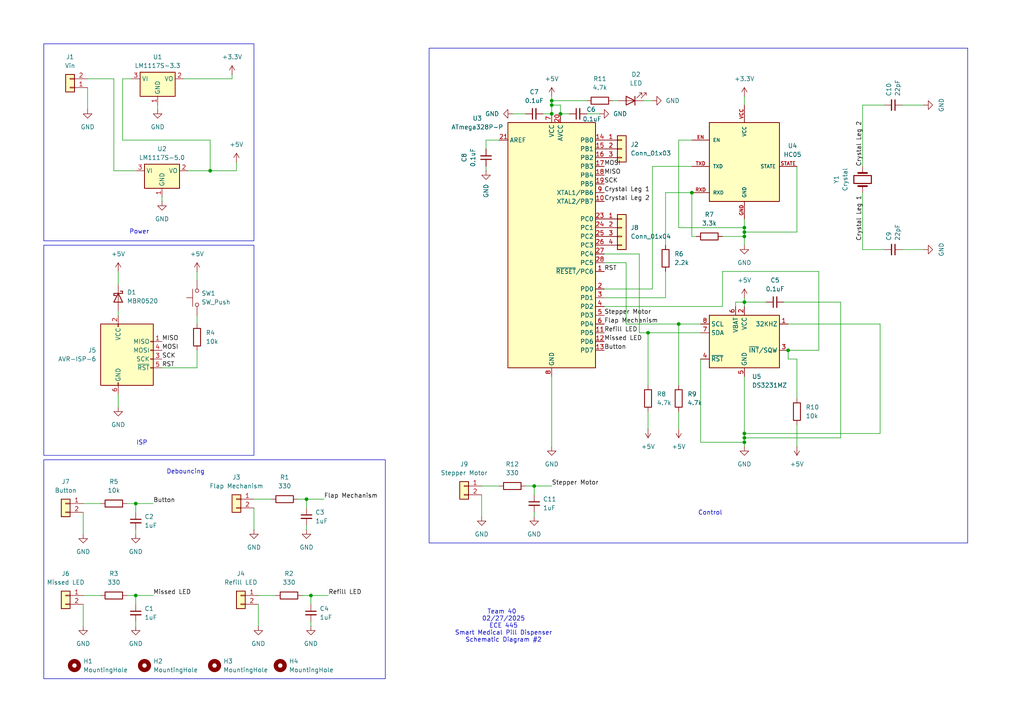
<source format=kicad_sch>
(kicad_sch (version 20231120) (generator "eeschema") (generator_version "8.0")
  (paper "A4")
  (lib_symbols
    (symbol "Connector:AVR-ISP-6" (pin_names (offset 1.016))
      (property "Reference" "J" (at -6.35 11.43 0))
      (property "Value" "AVR-ISP-6" (at 0 11.43 0))
      (symbol "AVR-ISP-6_0_1"
        (rectangle (start -2.667 -6.858) (end -2.413 -7.62))
        (rectangle (start -2.667 10.16) (end -2.413 9.398))
        (rectangle (start 7.62 -2.413) (end 6.858 -2.667))
        (rectangle (start 7.62 0.127) (end 6.858 -0.127))
        (rectangle (start 7.62 2.667) (end 6.858 2.413))
        (rectangle (start 7.62 5.207) (end 6.858 4.953))
        (rectangle (start 7.62 10.16) (end -7.62 -7.62) (stroke (width 0.254)) (fill (type background)))
      )
      (symbol "AVR-ISP-6_1_1"
        (pin passive line (at 10.16 5.08 180) (length 2.54) (name "MISO") (number "1"))
        (pin passive line (at -2.54 12.7 270) (length 2.54) (name "VCC") (number "2"))
        (pin passive line (at 10.16 0 180) (length 2.54) (name "SCK") (number "3"))
        (pin passive line (at 10.16 2.54 180) (length 2.54) (name "MOSI") (number "4"))
        (pin passive line (at 10.16 -2.54 180) (length 2.54) (name "~{RST}") (number "5"))
        (pin passive line (at -2.54 -10.16 90) (length 2.54) (name "GND") (number "6"))
      )
    )
    (symbol "Connector_Generic:Conn_01x02" (pin_names (offset 1.016) hide)
      (property "Reference" "J" (at 0 2.54 0))
      (property "Value" "Conn_01x02" (at 0 -5.08 0))
      (symbol "Conn_01x02_1_1"
        (rectangle (start -1.27 -2.413) (end 0 -2.667) (stroke (width 0.1524)))
        (rectangle (start -1.27 0.127) (end 0 -0.127) (stroke (width 0.1524)))
        (rectangle (start -1.27 1.27) (end 1.27 -3.81) (stroke (width 0.254)) (fill (type background)))
        (pin passive line (at -5.08 0 0) (length 3.81) (name "Pin_1") (number "1"))
        (pin passive line (at -5.08 -2.54 0) (length 3.81) (name "Pin_2") (number "2"))
      )
    )
    (symbol "Connector_Generic:Conn_01x03" (pin_names (offset 1.016) hide)
      (property "Reference" "J" (at 0 5.08 0))
      (property "Value" "Conn_01x03" (at 0 -5.08 0))
      (symbol "Conn_01x03_1_1"
        (rectangle (start -1.27 -2.413) (end 0 -2.667) (stroke (width 0.1524)))
        (rectangle (start -1.27 0.127) (end 0 -0.127) (stroke (width 0.1524)))
        (rectangle (start -1.27 2.667) (end 0 2.413) (stroke (width 0.1524)))
        (rectangle (start -1.27 3.81) (end 1.27 -3.81) (stroke (width 0.254)) (fill (type background)))
        (pin passive line (at -5.08 2.54 0) (length 3.81) (name "Pin_1") (number "1"))
        (pin passive line (at -5.08 0 0) (length 3.81) (name "Pin_2") (number "2"))
        (pin passive line (at -5.08 -2.54 0) (length 3.81) (name "Pin_3") (number "3"))
      )
    )
    (symbol "Connector_Generic:Conn_01x04" (pin_names (offset 1.016) hide)
      (property "Reference" "J" (at 0 5.08 0))
      (property "Value" "Conn_01x04" (at 0 -7.62 0))
      (symbol "Conn_01x04_1_1"
        (rectangle (start -1.27 -4.953) (end 0 -5.207) (stroke (width 0.1524)))
        (rectangle (start -1.27 -2.413) (end 0 -2.667) (stroke (width 0.1524)))
        (rectangle (start -1.27 0.127) (end 0 -0.127) (stroke (width 0.1524)))
        (rectangle (start -1.27 2.667) (end 0 2.413) (stroke (width 0.1524)))
        (rectangle (start -1.27 3.81) (end 1.27 -6.35) (stroke (width 0.254)) (fill (type background)))
        (pin passive line (at -5.08 2.54 0) (length 3.81) (name "Pin_1") (number "1"))
        (pin passive line (at -5.08 0 0) (length 3.81) (name "Pin_2") (number "2"))
        (pin passive line (at -5.08 -2.54 0) (length 3.81) (name "Pin_3") (number "3"))
        (pin passive line (at -5.08 -5.08 0) (length 3.81) (name "Pin_4") (number "4"))
      )
    )
    (symbol "Device:C_Small" (pin_numbers hide) (pin_names (offset 0.254) hide)
      (property "Reference" "C" (at 0.254 1.778 0))
      (property "Value" "C_Small" (at 0.254 -2.032 0))
      (symbol "C_Small_0_1"
        (polyline (pts (xy -1.524 -0.508) (xy 1.524 -0.508)) (stroke (width 0.3302)))
        (polyline (pts (xy -1.524 0.508) (xy 1.524 0.508)) (stroke (width 0.3048)))
      )
      (symbol "C_Small_1_1"
        (pin passive line (at 0 2.54 270) (length 2.032) (name "~") (number "1"))
        (pin passive line (at 0 -2.54 90) (length 2.032) (name "~") (number "2"))
      )
    )
    (symbol "Device:Crystal" (pin_numbers hide) (pin_names (offset 1.016) hide)
      (property "Reference" "Y" (at 0 3.81 0))
      (property "Value" "Crystal" (at 0 -3.81 0))
      (symbol "Crystal_0_1"
        (rectangle (start -1.143 2.54) (end 1.143 -2.54) (stroke (width 0.3048)))
        (polyline (pts (xy -2.54 0) (xy -1.905 0)))
        (polyline (pts (xy -1.905 -1.27) (xy -1.905 1.27)) (stroke (width 0.508)))
        (polyline (pts (xy 1.905 -1.27) (xy 1.905 1.27)) (stroke (width 0.508)))
        (polyline (pts (xy 2.54 0) (xy 1.905 0)))
      )
      (symbol "Crystal_1_1"
        (pin passive line (at -3.81 0 0) (length 1.27) (name "1") (number "1"))
        (pin passive line (at 3.81 0 180) (length 1.27) (name "2") (number "2"))
      )
    )
    (symbol "Device:LED" (pin_numbers hide) (pin_names (offset 1.016) hide)
      (property "Reference" "D" (at 0 2.54 0))
      (property "Value" "LED" (at 0 -2.54 0))
      (symbol "LED_0_1"
        (polyline (pts (xy -1.27 -1.27) (xy -1.27 1.27)) (stroke (width 0.254)))
        (polyline (pts (xy -1.27 0) (xy 1.27 0)))
        (polyline (pts (xy 1.27 -1.27) (xy 1.27 1.27) (xy -1.27 0) (xy 1.27 -1.27)) (stroke (width 0.254)))
        (polyline (pts (xy -3.048 -0.762) (xy -4.572 -2.286) (xy -3.81 -2.286) (xy -4.572 -2.286) (xy -4.572 -1.524)))
        (polyline (pts (xy -1.778 -0.762) (xy -3.302 -2.286) (xy -2.54 -2.286) (xy -3.302 -2.286) (xy -3.302 -1.524)))
      )
      (symbol "LED_1_1"
        (pin passive line (at -3.81 0 0) (length 2.54) (name "K") (number "1"))
        (pin passive line (at 3.81 0 180) (length 2.54) (name "A") (number "2"))
      )
    )
    (symbol "Device:R" (pin_numbers hide) (pin_names (offset 0))
      (property "Reference" "R" (at 2.032 0 90))
      (property "Value" "R" (at 0 0 90))
      (symbol "R_0_1"
        (rectangle (start -1.016 -2.54) (end 1.016 2.54) (stroke (width 0.254)))
      )
      (symbol "R_1_1"
        (pin passive line (at 0 3.81 270) (length 1.27) (name "~") (number "1"))
        (pin passive line (at 0 -3.81 90) (length 1.27) (name "~") (number "2"))
      )
    )
    (symbol "Diode:MBR0520" (pin_numbers hide) (pin_names (offset 1.016) hide)
      (property "Reference" "D" (at 0 2.54 0))
      (property "Value" "MBR0520" (at 0 -2.54 0))
      (symbol "MBR0520_0_1"
        (polyline (pts (xy 1.27 0) (xy -1.27 0)))
        (polyline (pts (xy 1.27 1.27) (xy 1.27 -1.27) (xy -1.27 0) (xy 1.27 1.27)) (stroke (width 0.254)))
        (polyline (pts (xy -1.905 0.635) (xy -1.905 1.27) (xy -1.27 1.27) (xy -1.27 -1.27) (xy -0.635 -1.27) (xy -0.635 -0.635)) (stroke (width 0.254)))
      )
      (symbol "MBR0520_1_1"
        (pin passive line (at -3.81 0 0) (length 2.54) (name "K") (number "1"))
        (pin passive line (at 3.81 0 180) (length 2.54) (name "A") (number "2"))
      )
    )
    (symbol "HC05:HC05" (pin_names (offset 1.016))
      (property "Reference" "U" (at 10.16 15.24 0))
      (property "Value" "HC05" (at 10.16 12.7 0))
      (symbol "HC05_0_0"
        (rectangle (start -7.62 -10.16) (end 12.7 12.7) (stroke (width 0.254)) (fill (type background)))
        (pin bidirectional line (at -12.7 7.62 0) (length 5.08) (name "EN") (number "EN"))
        (pin bidirectional line (at 2.54 -15.24 90) (length 5.08) (name "GND") (number "GND"))
        (pin bidirectional line (at -12.7 -7.62 0) (length 5.08) (name "RXD") (number "RXD"))
        (pin bidirectional line (at 17.78 0 180) (length 5.08) (name "STATE") (number "STATE"))
        (pin bidirectional line (at -12.7 0 0) (length 5.08) (name "TXD") (number "TXD"))
        (pin bidirectional line (at 2.54 17.78 270) (length 5.08) (name "VCC") (number "VCC"))
      )
    )
    (symbol "MCU_Microchip_ATmega:ATmega328P-P"
      (property "Reference" "U" (at -12.7 36.83 0))
      (property "Value" "ATmega328P-P" (at 2.54 -36.83 0))
      (symbol "ATmega328P-P_0_1"
        (rectangle (start -12.7 -35.56) (end 12.7 35.56) (stroke (width 0.254)) (fill (type background)))
      )
      (symbol "ATmega328P-P_1_1"
        (pin bidirectional line (at 15.24 -7.62 180) (length 2.54) (name "~{RESET}/PC6") (number "1"))
        (pin bidirectional line (at 15.24 12.7 180) (length 2.54) (name "XTAL2/PB7") (number "10"))
        (pin bidirectional line (at 15.24 -25.4 180) (length 2.54) (name "PD5") (number "11"))
        (pin bidirectional line (at 15.24 -27.94 180) (length 2.54) (name "PD6") (number "12"))
        (pin bidirectional line (at 15.24 -30.48 180) (length 2.54) (name "PD7") (number "13"))
        (pin bidirectional line (at 15.24 30.48 180) (length 2.54) (name "PB0") (number "14"))
        (pin bidirectional line (at 15.24 27.94 180) (length 2.54) (name "PB1") (number "15"))
        (pin bidirectional line (at 15.24 25.4 180) (length 2.54) (name "PB2") (number "16"))
        (pin bidirectional line (at 15.24 22.86 180) (length 2.54) (name "PB3") (number "17"))
        (pin bidirectional line (at 15.24 20.32 180) (length 2.54) (name "PB4") (number "18"))
        (pin bidirectional line (at 15.24 17.78 180) (length 2.54) (name "PB5") (number "19"))
        (pin bidirectional line (at 15.24 -12.7 180) (length 2.54) (name "PD0") (number "2"))
        (pin power_in line (at 2.54 38.1 270) (length 2.54) (name "AVCC") (number "20"))
        (pin passive line (at -15.24 30.48 0) (length 2.54) (name "AREF") (number "21"))
        (pin passive line (at 0 -38.1 90) (length 2.54) hide (name "GND") (number "22"))
        (pin bidirectional line (at 15.24 7.62 180) (length 2.54) (name "PC0") (number "23"))
        (pin bidirectional line (at 15.24 5.08 180) (length 2.54) (name "PC1") (number "24"))
        (pin bidirectional line (at 15.24 2.54 180) (length 2.54) (name "PC2") (number "25"))
        (pin bidirectional line (at 15.24 0 180) (length 2.54) (name "PC3") (number "26"))
        (pin bidirectional line (at 15.24 -2.54 180) (length 2.54) (name "PC4") (number "27"))
        (pin bidirectional line (at 15.24 -5.08 180) (length 2.54) (name "PC5") (number "28"))
        (pin bidirectional line (at 15.24 -15.24 180) (length 2.54) (name "PD1") (number "3"))
        (pin bidirectional line (at 15.24 -17.78 180) (length 2.54) (name "PD2") (number "4"))
        (pin bidirectional line (at 15.24 -20.32 180) (length 2.54) (name "PD3") (number "5"))
        (pin bidirectional line (at 15.24 -22.86 180) (length 2.54) (name "PD4") (number "6"))
        (pin power_in line (at 0 38.1 270) (length 2.54) (name "VCC") (number "7"))
        (pin power_in line (at 0 -38.1 90) (length 2.54) (name "GND") (number "8"))
        (pin bidirectional line (at 15.24 15.24 180) (length 2.54) (name "XTAL1/PB6") (number "9"))
      )
    )
    (symbol "Mechanical:MountingHole" (pin_names (offset 1.016)) (exclude_from_sim yes) (in_bom no)
      (property "Reference" "H" (at 0 5.08 0))
      (property "Value" "MountingHole" (at 0 3.175 0))
      (symbol "MountingHole_0_1"
        (circle (center 0 0) (radius 1.27) (stroke (width 1.27)))
      )
    )
    (symbol "Regulator_Linear:LM1117S-3.3"
      (property "Reference" "U" (at -3.81 3.175 0))
      (property "Value" "LM1117S-3.3" (at 0 3.175 0))
      (symbol "LM1117S-3.3_0_1"
        (rectangle (start -5.08 -5.08) (end 5.08 1.905) (stroke (width 0.254)) (fill (type background)))
      )
      (symbol "LM1117S-3.3_1_1"
        (pin power_in line (at 0 -7.62 90) (length 2.54) (name "GND") (number "1"))
        (pin power_out line (at 7.62 0 180) (length 2.54) (name "VO") (number "2"))
        (pin power_in line (at -7.62 0 0) (length 2.54) (name "VI") (number "3"))
      )
    )
    (symbol "Regulator_Linear:LM1117S-5.0"
      (property "Reference" "U" (at -3.81 3.175 0))
      (property "Value" "LM1117S-5.0" (at 0 3.175 0))
      (symbol "LM1117S-5.0_0_1"
        (rectangle (start -5.08 -5.08) (end 5.08 1.905) (stroke (width 0.254)) (fill (type background)))
      )
      (symbol "LM1117S-5.0_1_1"
        (pin power_in line (at 0 -7.62 90) (length 2.54) (name "GND") (number "1"))
        (pin power_out line (at 7.62 0 180) (length 2.54) (name "VO") (number "2"))
        (pin power_in line (at -7.62 0 0) (length 2.54) (name "VI") (number "3"))
      )
    )
    (symbol "Switch:SW_Push" (pin_numbers hide) (pin_names (offset 1.016) hide)
      (property "Reference" "SW" (at 1.27 2.54 0))
      (property "Value" "SW_Push" (at 0 -1.524 0))
      (symbol "SW_Push_0_1"
        (circle (center -2.032 0) (radius 0.508))
        (polyline (pts (xy 0 1.27) (xy 0 3.048)))
        (polyline (pts (xy 2.54 1.27) (xy -2.54 1.27)))
        (circle (center 2.032 0) (radius 0.508))
        (pin passive line (at -5.08 0 0) (length 2.54) (name "1") (number "1"))
        (pin passive line (at 5.08 0 180) (length 2.54) (name "2") (number "2"))
      )
    )
    (symbol "Timer_RTC:DS3231MZ"
      (property "Reference" "U" (at -7.62 8.89 0))
      (property "Value" "DS3231MZ" (at 11.43 8.89 0))
      (symbol "DS3231MZ_0_1"
        (rectangle (start -10.16 7.62) (end 10.16 -7.62) (stroke (width 0.254)) (fill (type background)))
      )
      (symbol "DS3231MZ_1_1"
        (pin open_collector line (at 12.7 5.08 180) (length 2.54) (name "32KHZ") (number "1"))
        (pin power_in line (at 0 10.16 270) (length 2.54) (name "VCC") (number "2"))
        (pin open_collector line (at 12.7 -2.54 180) (length 2.54) (name "~{INT}/SQW") (number "3"))
        (pin bidirectional line (at -12.7 -5.08 0) (length 2.54) (name "~{RST}") (number "4"))
        (pin power_in line (at 0 -10.16 90) (length 2.54) (name "GND") (number "5"))
        (pin power_in line (at -2.54 10.16 270) (length 2.54) (name "VBAT") (number "6"))
        (pin bidirectional line (at -12.7 2.54 0) (length 2.54) (name "SDA") (number "7"))
        (pin input line (at -12.7 5.08 0) (length 2.54) (name "SCL") (number "8"))
      )
    )
    (symbol "power:+3.3V" (power) (pin_numbers hide) (pin_names (offset 0) hide)
      (property "Value" "+3.3V" (at 0 3.556 0))
      (symbol "+3.3V_0_1"
        (polyline (pts (xy -0.762 1.27) (xy 0 2.54)))
        (polyline (pts (xy 0 0) (xy 0 2.54)))
        (polyline (pts (xy 0 2.54) (xy 0.762 1.27)))
      )
      (symbol "+3.3V_1_1"
        (pin power_in line (at 0 0 90) (length 0) (name "~") (number "1"))
      )
    )
    (symbol "power:+5V" (power) (pin_numbers hide) (pin_names (offset 0) hide)
      (property "Value" "+5V" (at 0 3.556 0))
      (symbol "+5V_0_1"
        (polyline (pts (xy -0.762 1.27) (xy 0 2.54)))
        (polyline (pts (xy 0 0) (xy 0 2.54)))
        (polyline (pts (xy 0 2.54) (xy 0.762 1.27)))
      )
      (symbol "+5V_1_1"
        (pin power_in line (at 0 0 90) (length 0) (name "~") (number "1"))
      )
    )
    (symbol "power:GND" (power) (pin_numbers hide) (pin_names (offset 0) hide)
      (property "Value" "GND" (at 0 -3.81 0))
      (symbol "GND_0_1"
        (polyline (pts (xy 0 0) (xy 0 -1.27) (xy 1.27 -1.27) (xy 0 -2.54) (xy -1.27 -1.27) (xy 0 -1.27)))
      )
      (symbol "GND_1_1"
        (pin power_in line (at 0 0 270) (length 0) (name "~") (number "1"))
      )
    )
  )
  (junction (at 162.56 33.02))
  (junction (at 39.37 146.05))
  (junction (at 215.9 68.58))
  (junction (at 200.66 55.88))
  (junction (at 90.17 172.72))
  (junction (at 60.96 49.53))
  (junction (at 88.9 144.78))
  (junction (at 215.9 128.27))
  (junction (at 160.02 33.02))
  (junction (at 187.96 96.52))
  (junction (at 154.94 140.97))
  (junction (at 228.6 101.6))
  (junction (at 160.02 30.48))
  (junction (at 215.9 87.63))
  (junction (at 196.85 93.98))
  (junction (at 39.37 172.72))
  (junction (at 215.9 66.04))
  (junction (at 160.02 29.21))
  (junction (at 215.9 125.73))
  (junction (at 215.9 67.31))
  (junction (at 215.9 127))
  (wire (pts (xy 73.66 147.32) (xy 73.66 153.67)))
  (wire (pts (xy 250.19 30.48) (xy 256.54 30.48)))
  (wire (pts (xy 36.83 146.05) (xy 39.37 146.05)))
  (wire (pts (xy 24.13 148.59) (xy 24.13 154.94)))
  (wire (pts (xy 200.66 68.58) (xy 201.93 68.58)))
  (wire (pts (xy 154.94 140.97) (xy 154.94 143.51)))
  (wire (pts (xy 45.72 30.48) (xy 45.72 31.75)))
  (wire (pts (xy 215.9 109.22) (xy 215.9 125.73)))
  (wire (pts (xy 177.8 29.21) (xy 179.07 29.21)))
  (wire (pts (xy 215.9 66.04) (xy 215.9 67.31)))
  (wire (pts (xy 215.9 86.36) (xy 215.9 87.63)))
  (wire (pts (xy 193.04 71.12) (xy 193.04 55.88)))
  (wire (pts (xy 189.23 83.82) (xy 189.23 48.26)))
  (wire (pts (xy 196.85 119.38) (xy 196.85 124.46)))
  (wire (pts (xy 228.6 104.14) (xy 228.6 101.6)))
  (wire (pts (xy 88.9 152.4) (xy 88.9 153.67)))
  (wire (pts (xy 193.04 86.36) (xy 193.04 78.74)))
  (wire (pts (xy 34.29 78.74) (xy 34.29 82.55)))
  (wire (pts (xy 231.14 48.26) (xy 231.14 67.31)))
  (wire (pts (xy 261.62 72.39) (xy 267.97 72.39)))
  (wire (pts (xy 157.48 33.02) (xy 160.02 33.02)))
  (wire (pts (xy 189.23 48.26) (xy 200.66 48.26)))
  (wire (pts (xy 209.55 68.58) (xy 215.9 68.58)))
  (wire (pts (xy 24.13 146.05) (xy 29.21 146.05)))
  (wire (pts (xy 237.49 78.74) (xy 237.49 101.6)))
  (wire (pts (xy 203.2 128.27) (xy 215.9 128.27)))
  (wire (pts (xy 33.02 22.86) (xy 33.02 49.53)))
  (wire (pts (xy 181.61 93.98) (xy 196.85 93.98)))
  (wire (pts (xy 140.97 49.53) (xy 140.97 48.26)))
  (wire (pts (xy 152.4 140.97) (xy 154.94 140.97)))
  (wire (pts (xy 60.96 49.53) (xy 68.58 49.53)))
  (wire (pts (xy 39.37 153.67) (xy 39.37 154.94)))
  (wire (pts (xy 231.14 123.19) (xy 231.14 129.54)))
  (wire (pts (xy 34.29 114.3) (xy 34.29 118.11)))
  (wire (pts (xy 187.96 96.52) (xy 187.96 111.76)))
  (wire (pts (xy 160.02 27.94) (xy 160.02 29.21)))
  (wire (pts (xy 250.19 48.26) (xy 250.19 30.48)))
  (wire (pts (xy 203.2 104.14) (xy 203.2 128.27)))
  (wire (pts (xy 34.29 90.17) (xy 34.29 91.44)))
  (wire (pts (xy 160.02 29.21) (xy 160.02 30.48)))
  (wire (pts (xy 60.96 49.53) (xy 60.96 40.64)))
  (wire (pts (xy 261.62 30.48) (xy 267.97 30.48)))
  (wire (pts (xy 250.19 72.39) (xy 250.19 55.88)))
  (wire (pts (xy 25.4 25.4) (xy 25.4 31.75)))
  (wire (pts (xy 148.59 33.02) (xy 152.4 33.02)))
  (wire (pts (xy 36.83 172.72) (xy 39.37 172.72)))
  (wire (pts (xy 250.19 72.39) (xy 256.54 72.39)))
  (wire (pts (xy 35.56 40.64) (xy 35.56 22.86)))
  (wire (pts (xy 209.55 78.74) (xy 237.49 78.74)))
  (wire (pts (xy 196.85 93.98) (xy 203.2 93.98)))
  (wire (pts (xy 213.36 87.63) (xy 215.9 87.63)))
  (wire (pts (xy 200.66 40.64) (xy 196.85 40.64)))
  (wire (pts (xy 185.42 73.66) (xy 185.42 96.52)))
  (wire (pts (xy 196.85 93.98) (xy 196.85 111.76)))
  (wire (pts (xy 185.42 96.52) (xy 187.96 96.52)))
  (wire (pts (xy 181.61 76.2) (xy 181.61 93.98)))
  (wire (pts (xy 160.02 30.48) (xy 160.02 33.02)))
  (wire (pts (xy 73.66 144.78) (xy 78.74 144.78)))
  (wire (pts (xy 154.94 140.97) (xy 160.02 140.97)))
  (wire (pts (xy 193.04 55.88) (xy 200.66 55.88)))
  (wire (pts (xy 215.9 127) (xy 215.9 128.27)))
  (wire (pts (xy 175.26 83.82) (xy 189.23 83.82)))
  (wire (pts (xy 215.9 87.63) (xy 222.25 87.63)))
  (wire (pts (xy 228.6 93.98) (xy 255.27 93.98)))
  (wire (pts (xy 154.94 148.59) (xy 154.94 149.86)))
  (wire (pts (xy 231.14 67.31) (xy 215.9 67.31)))
  (wire (pts (xy 175.26 76.2) (xy 181.61 76.2)))
  (wire (pts (xy 187.96 119.38) (xy 187.96 124.46)))
  (wire (pts (xy 24.13 175.26) (xy 24.13 181.61)))
  (wire (pts (xy 196.85 66.04) (xy 215.9 66.04)))
  (wire (pts (xy 162.56 33.02) (xy 162.56 30.48)))
  (wire (pts (xy 139.7 143.51) (xy 139.7 149.86)))
  (wire (pts (xy 39.37 146.05) (xy 44.45 146.05)))
  (wire (pts (xy 39.37 172.72) (xy 39.37 175.26)))
  (wire (pts (xy 35.56 22.86) (xy 38.1 22.86)))
  (wire (pts (xy 53.34 22.86) (xy 67.31 22.86)))
  (wire (pts (xy 215.9 68.58) (xy 215.9 71.12)))
  (wire (pts (xy 231.14 115.57) (xy 231.14 104.14)))
  (wire (pts (xy 88.9 144.78) (xy 93.98 144.78)))
  (wire (pts (xy 215.9 63.5) (xy 215.9 66.04)))
  (wire (pts (xy 196.85 40.64) (xy 196.85 66.04)))
  (wire (pts (xy 60.96 40.64) (xy 35.56 40.64)))
  (wire (pts (xy 33.02 49.53) (xy 39.37 49.53)))
  (wire (pts (xy 160.02 109.22) (xy 160.02 129.54)))
  (wire (pts (xy 173.99 33.02) (xy 170.18 33.02)))
  (wire (pts (xy 24.13 172.72) (xy 29.21 172.72)))
  (wire (pts (xy 88.9 144.78) (xy 88.9 147.32)))
  (wire (pts (xy 57.15 106.68) (xy 57.15 101.6)))
  (wire (pts (xy 215.9 27.94) (xy 215.9 30.48)))
  (wire (pts (xy 25.4 22.86) (xy 33.02 22.86)))
  (wire (pts (xy 90.17 180.34) (xy 90.17 181.61)))
  (wire (pts (xy 255.27 125.73) (xy 215.9 125.73)))
  (wire (pts (xy 39.37 146.05) (xy 39.37 148.59)))
  (wire (pts (xy 175.26 88.9) (xy 209.55 88.9)))
  (wire (pts (xy 68.58 49.53) (xy 68.58 46.99)))
  (wire (pts (xy 237.49 101.6) (xy 228.6 101.6)))
  (wire (pts (xy 209.55 88.9) (xy 209.55 78.74)))
  (wire (pts (xy 243.84 127) (xy 215.9 127)))
  (wire (pts (xy 140.97 40.64) (xy 140.97 43.18)))
  (wire (pts (xy 187.96 96.52) (xy 203.2 96.52)))
  (wire (pts (xy 200.66 55.88) (xy 200.66 68.58)))
  (wire (pts (xy 215.9 128.27) (xy 215.9 129.54)))
  (wire (pts (xy 189.23 29.21) (xy 186.69 29.21)))
  (wire (pts (xy 215.9 125.73) (xy 215.9 127)))
  (wire (pts (xy 57.15 91.44) (xy 57.15 93.98)))
  (wire (pts (xy 86.36 144.78) (xy 88.9 144.78)))
  (wire (pts (xy 139.7 140.97) (xy 144.78 140.97)))
  (wire (pts (xy 162.56 33.02) (xy 165.1 33.02)))
  (wire (pts (xy 90.17 172.72) (xy 90.17 175.26)))
  (wire (pts (xy 57.15 78.74) (xy 57.15 81.28)))
  (wire (pts (xy 162.56 30.48) (xy 160.02 30.48)))
  (wire (pts (xy 46.99 106.68) (xy 57.15 106.68)))
  (wire (pts (xy 39.37 180.34) (xy 39.37 181.61)))
  (wire (pts (xy 227.33 87.63) (xy 243.84 87.63)))
  (wire (pts (xy 54.61 49.53) (xy 60.96 49.53)))
  (wire (pts (xy 215.9 87.63) (xy 215.9 88.9)))
  (wire (pts (xy 46.99 57.15) (xy 46.99 58.42)))
  (wire (pts (xy 67.31 22.86) (xy 67.31 21.59)))
  (wire (pts (xy 74.93 172.72) (xy 80.01 172.72)))
  (wire (pts (xy 231.14 104.14) (xy 228.6 104.14)))
  (wire (pts (xy 175.26 86.36) (xy 193.04 86.36)))
  (wire (pts (xy 90.17 172.72) (xy 95.25 172.72)))
  (wire (pts (xy 255.27 93.98) (xy 255.27 125.73)))
  (wire (pts (xy 144.78 40.64) (xy 140.97 40.64)))
  (wire (pts (xy 87.63 172.72) (xy 90.17 172.72)))
  (wire (pts (xy 39.37 172.72) (xy 44.45 172.72)))
  (wire (pts (xy 160.02 29.21) (xy 170.18 29.21)))
  (wire (pts (xy 243.84 87.63) (xy 243.84 127)))
  (wire (pts (xy 213.36 88.9) (xy 213.36 87.63)))
  (wire (pts (xy 74.93 175.26) (xy 74.93 181.61)))
  (wire (pts (xy 215.9 67.31) (xy 215.9 68.58)))
  (wire (pts (xy 175.26 73.66) (xy 185.42 73.66)))
  (rectangle (start 12.7 133.35) (end 111.76 196.85))
  (rectangle (start 124.46 13.97) (end 280.67 157.48))
  (rectangle (start 12.7 12.7) (end 73.66 69.85))
  (rectangle (start 12.7 71.12) (end 73.66 132.08))
  (text "Team 40 \n02/27/2025\nECE 445\nSmart Medical Pill Dispenser\nSchematic Diagram #2\n" (at 146.05 181.61 0) (effects (font (size 1.27 1.27))))
  (text "ISP" (at 41.148 128.524 0) (effects (font (size 1.27 1.27))))
  (text "Power" (at 40.386 67.31 0) (effects (font (size 1.27 1.27))))
  (text "Debouncing" (at 53.848 136.906 0) (effects (font (size 1.27 1.27))))
  (text "Control" (at 205.994 148.844 0) (effects (font (size 1.27 1.27))))
  (label "Crystal Leg 2" (at 250.19 48.26 90))
  (label "Button" (at 175.26 101.6 0))
  (label "Crystal Leg 1" (at 250.19 69.85 90))
  (label "Flap Mechanism" (at 175.26 93.98 0))
  (label "Refill LED" (at 175.26 96.52 0))
  (label "Stepper Motor" (at 175.26 91.44 0))
  (label "Missed LED" (at 44.45 172.72 0))
  (label "MOSI" (at 175.26 48.26 0))
  (label "Flap Mechanism" (at 93.98 144.78 0))
  (label "MOSI" (at 46.99 101.6 0))
  (label "Refill LED" (at 95.25 172.72 0))
  (label "Stepper Motor" (at 160.02 140.97 0))
  (label "MISO" (at 175.26 50.8 0))
  (label "Button" (at 44.45 146.05 0))
  (label "RST" (at 175.26 78.74 0))
  (label "MISO" (at 46.99 99.06 0))
  (label "Crystal Leg 1" (at 175.26 55.88 0))
  (label "Missed LED" (at 175.26 99.06 0))
  (label "SCK" (at 175.26 53.34 0))
  (label "SCK" (at 46.99 104.14 0))
  (label "Crystal Leg 2" (at 175.26 58.42 0))
  (label "RST" (at 46.99 106.68 0))
  (symbol (lib_id "Device:R") (at 57.15 97.79 0) (unit 1)
    (property "Reference" "R4" (at 59.69 96.5199 0) (effects (justify left)))
    (property "Value" "10k" (at 59.69 99.0599 0) (effects (justify left)))
    (property "Footprint" "Resistor_SMD:R_0805_2012Metric_Pad1.20x1.40mm_HandSolder" (effects (hide yes)))
    (property "Description" "Resistor" (effects (hide yes)))
  )
  (symbol (lib_id "power:+5V") (at 215.9 86.36 0) (unit 1)
    (property "Reference" "#PWR022" (effects (hide yes)))
    (property "Value" "+5V" (at 215.9 81.28 0))
    (property "Description" "Power symbol creates a global label with name \"+5V\"" (effects (hide yes)))
  )
  (symbol (lib_id "power:GND") (at 45.72 31.75 0) (unit 1)
    (property "Reference" "#PWR04" (effects (hide yes)))
    (property "Value" "GND" (at 45.72 36.83 0))
    (property "Description" "Power symbol creates a global label with name \"GND\" , ground" (effects (hide yes)))
  )
  (symbol (lib_id "Regulator_Linear:LM1117S-5.0") (at 46.99 49.53 0) (unit 1)
    (property "Reference" "U2" (at 46.99 43.18 0))
    (property "Value" "LM1117S-5.0" (at 46.99 45.72 0))
    (property "Footprint" "Package_TO_SOT_SMD:SOT-223" (effects (hide yes)))
    (property "Datasheet" "http://www.ti.com/lit/ds/symlink/lm1117.pdf" (effects (hide yes)))
    (property "Description" "800mA Low-Dropout Linear Regulator, 5.0V fixed output, TO-263" (effects (hide yes)))
  )
  (symbol (lib_id "Connector_Generic:Conn_01x02") (at 20.32 25.4 180) (unit 1)
    (property "Reference" "J1" (at 20.32 16.51 0))
    (property "Value" "Vin" (at 20.32 19.05 0))
    (property "Footprint" "Connector_Molex:Molex_KK-254_AE-6410-02A_1x02_P2.54mm_Vertical" (effects (hide yes)))
    (property "Description" "Generic connector, single row, 01x02, script generated (kicad-library-utils/schlib/autogen/connector/)" (effects (hide yes)))
  )
  (symbol (lib_id "Device:LED") (at 182.88 29.21 180) (unit 1)
    (property "Reference" "D2" (at 184.4675 21.59 0))
    (property "Value" "LED" (at 184.4675 24.13 0))
    (property "Footprint" "LED_THT:LED_D3.0mm" (effects (hide yes)))
    (property "Description" "Light emitting diode" (effects (hide yes)))
  )
  (symbol (lib_id "Device:C_Small") (at 90.17 177.8 0) (unit 1)
    (property "Reference" "C4" (at 92.71 176.5362 0) (effects (justify left)))
    (property "Value" "1uF" (at 92.71 179.0762 0) (effects (justify left)))
    (property "Footprint" "Capacitor_SMD:C_0805_2012Metric_Pad1.18x1.45mm_HandSolder" (effects (hide yes)))
    (property "Description" "Unpolarized capacitor, small symbol" (effects (hide yes)))
  )
  (symbol (lib_id "power:GND") (at 267.97 30.48 90) (unit 1)
    (property "Reference" "#PWR031" (effects (hide yes)))
    (property "Value" "GND" (at 273.05 30.48 0))
    (property "Description" "Power symbol creates a global label with name \"GND\" , ground" (effects (hide yes)))
  )
  (symbol (lib_id "Device:R") (at 83.82 172.72 90) (unit 1)
    (property "Reference" "R2" (at 83.82 166.37 90))
    (property "Value" "330" (at 83.82 168.91 90))
    (property "Footprint" "Resistor_SMD:R_0805_2012Metric_Pad1.20x1.40mm_HandSolder" (effects (hide yes)))
    (property "Description" "Resistor" (effects (hide yes)))
  )
  (symbol (lib_id "Connector_Generic:Conn_01x04") (at 180.34 66.04 0) (unit 1)
    (property "Reference" "J8" (at 182.88 66.0399 0) (effects (justify left)))
    (property "Value" "Conn_01x04" (at 182.88 68.5799 0) (effects (justify left)))
    (property "Footprint" "Connector_Molex:Molex_KK-254_AE-6410-04A_1x04_P2.54mm_Vertical" (effects (hide yes)))
    (property "Description" "Generic connector, single row, 01x04, script generated (kicad-library-utils/schlib/autogen/connector/)" (effects (hide yes)))
  )
  (symbol (lib_id "Device:C_Small") (at 259.08 72.39 270) (unit 1)
    (property "Reference" "C9" (at 257.8035 69.85 0) (effects (justify right)))
    (property "Value" "22pF" (at 260.3435 69.85 0) (effects (justify right)))
    (property "Footprint" "Capacitor_SMD:C_0805_2012Metric_Pad1.18x1.45mm_HandSolder" (effects (hide yes)))
    (property "Description" "Unpolarized capacitor, small symbol" (effects (hide yes)))
  )
  (symbol (lib_id "Diode:MBR0520") (at 34.29 86.36 270) (unit 1)
    (property "Reference" "D1" (at 36.83 84.7724 90) (effects (justify left)))
    (property "Value" "MBR0520" (at 36.83 87.3124 90) (effects (justify left)))
    (property "Footprint" "Diode_SMD:D_SOD-123" (effects (hide yes)))
    (property "Datasheet" "http://www.mccsemi.com/up_pdf/MBR0520~MBR0580(SOD123).pdf" (effects (hide yes)))
    (property "Description" "20V 0.5A Schottky Power Rectifier Diode, SOD-123" (effects (hide yes)))
  )
  (symbol (lib_id "Device:C_Small") (at 224.79 87.63 90) (unit 1)
    (property "Reference" "C5" (at 224.7963 81.28 90))
    (property "Value" "0.1uF" (at 224.7963 83.82 90))
    (property "Footprint" "Capacitor_SMD:C_0805_2012Metric_Pad1.18x1.45mm_HandSolder" (effects (hide yes)))
    (property "Description" "Unpolarized capacitor, small symbol" (effects (hide yes)))
  )
  (symbol (lib_id "Device:R") (at 231.14 119.38 0) (unit 1)
    (property "Reference" "R10" (at 233.68 118.1099 0) (effects (justify left)))
    (property "Value" "10k" (at 233.68 120.6499 0) (effects (justify left)))
    (property "Footprint" "Resistor_SMD:R_0805_2012Metric_Pad1.20x1.40mm_HandSolder" (effects (hide yes)))
    (property "Description" "Resistor" (effects (hide yes)))
  )
  (symbol (lib_id "power:GND") (at 267.97 72.39 90) (unit 1)
    (property "Reference" "#PWR030" (effects (hide yes)))
    (property "Value" "GND" (at 273.05 72.39 0))
    (property "Description" "Power symbol creates a global label with name \"GND\" , ground" (effects (hide yes)))
  )
  (symbol (lib_id "Device:Crystal") (at 250.19 52.07 90) (unit 1)
    (property "Reference" "Y1" (at 242.57 52.07 0))
    (property "Value" "Crystal" (at 245.11 52.07 0))
    (property "Footprint" "Crystal:Crystal_HC49-4H_Vertical" (effects (hide yes)))
    (property "Description" "Two pin crystal" (effects (hide yes)))
  )
  (symbol (lib_id "Mechanical:MountingHole") (at 41.91 193.04 0) (unit 1) (exclude_from_sim yes) (in_bom no)
    (property "Reference" "H2" (at 44.45 191.7699 0) (effects (justify left)))
    (property "Value" "MountingHole" (at 44.45 194.3099 0) (effects (justify left)))
    (property "Footprint" "MountingHole:MountingHole_3.2mm_M3" (effects (hide yes)))
    (property "Description" "Mounting Hole without connection" (effects (hide yes)))
  )
  (symbol (lib_id "power:GND") (at 154.94 149.86 0) (unit 1)
    (property "Reference" "#PWR033" (effects (hide yes)))
    (property "Value" "GND" (at 154.94 154.94 0))
    (property "Description" "Power symbol creates a global label with name \"GND\" , ground" (effects (hide yes)))
  )
  (symbol (lib_id "power:GND") (at 140.97 49.53 0) (unit 1)
    (property "Reference" "#PWR028" (effects (hide yes)))
    (property "Value" "GND" (at 140.9699 53.34 90) (effects (justify right)))
    (property "Description" "Power symbol creates a global label with name \"GND\" , ground" (effects (hide yes)))
  )
  (symbol (lib_id "power:+3.3V") (at 67.31 21.59 0) (unit 1)
    (property "Reference" "#PWR02" (effects (hide yes)))
    (property "Value" "+3.3V" (at 67.31 16.51 0))
    (property "Description" "Power symbol creates a global label with name \"+3.3V\"" (effects (hide yes)))
  )
  (symbol (lib_id "Connector:AVR-ISP-6") (at 36.83 104.14 0) (unit 1)
    (property "Reference" "J5" (at 27.94 101.5999 0) (effects (justify right)))
    (property "Value" "AVR-ISP-6" (at 27.94 104.1399 0) (effects (justify right)))
    (property "Footprint" "Connector_IDC:IDC-Header_2x03_P2.54mm_Vertical" (effects (hide yes)))
    (property "Description" "Atmel 6-pin ISP connector" (effects (hide yes)))
  )
  (symbol (lib_id "Mechanical:MountingHole") (at 62.23 193.04 0) (unit 1) (exclude_from_sim yes) (in_bom no)
    (property "Reference" "H3" (at 64.77 191.7699 0) (effects (justify left)))
    (property "Value" "MountingHole" (at 64.77 194.3099 0) (effects (justify left)))
    (property "Footprint" "MountingHole:MountingHole_3.2mm_M3" (effects (hide yes)))
    (property "Description" "Mounting Hole without connection" (effects (hide yes)))
  )
  (symbol (lib_id "power:+5V") (at 160.02 27.94 0) (unit 1)
    (property "Reference" "#PWR020" (effects (hide yes)))
    (property "Value" "+5V" (at 160.02 22.86 0))
    (property "Description" "Power symbol creates a global label with name \"+5V\"" (effects (hide yes)))
  )
  (symbol (lib_id "Device:R") (at 187.96 115.57 0) (unit 1)
    (property "Reference" "R8" (at 190.5 114.2999 0) (effects (justify left)))
    (property "Value" "4.7k" (at 190.5 116.8399 0) (effects (justify left)))
    (property "Footprint" "Resistor_SMD:R_0805_2012Metric_Pad1.20x1.40mm_HandSolder" (effects (hide yes)))
    (property "Description" "Resistor" (effects (hide yes)))
  )
  (symbol (lib_id "power:GND") (at 24.13 154.94 0) (unit 1)
    (property "Reference" "#PWR09" (effects (hide yes)))
    (property "Value" "GND" (at 24.13 160.02 0))
    (property "Description" "Power symbol creates a global label with name \"GND\" , ground" (effects (hide yes)))
  )
  (symbol (lib_id "power:+5V") (at 57.15 78.74 0) (unit 1)
    (property "Reference" "#PWR016" (effects (hide yes)))
    (property "Value" "+5V" (at 57.15 73.66 0))
    (property "Description" "Power symbol creates a global label with name \"+5V\"" (effects (hide yes)))
  )
  (symbol (lib_id "Regulator_Linear:LM1117S-3.3") (at 45.72 22.86 0) (unit 1)
    (property "Reference" "U1" (at 45.72 16.51 0))
    (property "Value" "LM1117S-3.3" (at 45.72 19.05 0))
    (property "Footprint" "Package_TO_SOT_SMD:SOT-223" (effects (hide yes)))
    (property "Datasheet" "http://www.ti.com/lit/ds/symlink/lm1117.pdf" (effects (hide yes)))
    (property "Description" "800mA Low-Dropout Linear Regulator, 3.3V fixed output, TO-263" (effects (hide yes)))
  )
  (symbol (lib_id "Device:R") (at 196.85 115.57 0) (unit 1)
    (property "Reference" "R9" (at 199.39 114.2999 0) (effects (justify left)))
    (property "Value" "4.7k" (at 199.39 116.8399 0) (effects (justify left)))
    (property "Footprint" "Resistor_SMD:R_0805_2012Metric_Pad1.20x1.40mm_HandSolder" (effects (hide yes)))
    (property "Description" "Resistor" (effects (hide yes)))
  )
  (symbol (lib_id "Device:C_Small") (at 259.08 30.48 270) (unit 1)
    (property "Reference" "C10" (at 257.8035 27.94 0) (effects (justify right)))
    (property "Value" "22pF" (at 260.3435 27.94 0) (effects (justify right)))
    (property "Footprint" "Capacitor_SMD:C_0805_2012Metric_Pad1.18x1.45mm_HandSolder" (effects (hide yes)))
    (property "Description" "Unpolarized capacitor, small symbol" (effects (hide yes)))
  )
  (symbol (lib_id "Mechanical:MountingHole") (at 81.28 193.04 0) (unit 1) (exclude_from_sim yes) (in_bom no)
    (property "Reference" "H4" (at 83.82 191.7699 0) (effects (justify left)))
    (property "Value" "MountingHole" (at 83.82 194.3099 0) (effects (justify left)))
    (property "Footprint" "MountingHole:MountingHole_3.2mm_M3" (effects (hide yes)))
    (property "Description" "Mounting Hole without connection" (effects (hide yes)))
  )
  (symbol (lib_id "power:GND") (at 34.29 118.11 0) (unit 1)
    (property "Reference" "#PWR017" (effects (hide yes)))
    (property "Value" "GND" (at 34.29 123.19 0))
    (property "Description" "Power symbol creates a global label with name \"GND\" , ground" (effects (hide yes)))
  )
  (symbol (lib_id "power:+5V") (at 34.29 78.74 0) (unit 1)
    (property "Reference" "#PWR015" (effects (hide yes)))
    (property "Value" "+5V" (at 34.29 73.66 0))
    (property "Description" "Power symbol creates a global label with name \"+5V\"" (effects (hide yes)))
  )
  (symbol (lib_id "power:+5V") (at 231.14 129.54 180) (unit 1)
    (property "Reference" "#PWR025" (effects (hide yes)))
    (property "Value" "+5V" (at 231.14 134.62 0))
    (property "Description" "Power symbol creates a global label with name \"+5V\"" (effects (hide yes)))
  )
  (symbol (lib_id "power:+3.3V") (at 215.9 27.94 0) (unit 1)
    (property "Reference" "#PWR021" (effects (hide yes)))
    (property "Value" "+3.3V" (at 215.9 22.86 0))
    (property "Description" "Power symbol creates a global label with name \"+3.3V\"" (effects (hide yes)))
  )
  (symbol (lib_id "Connector_Generic:Conn_01x02") (at 69.85 172.72 0) (mirror y) (unit 1)
    (property "Reference" "J4" (at 69.85 166.37 0))
    (property "Value" "Refill LED" (at 69.85 168.91 0))
    (property "Footprint" "Connector_Molex:Molex_KK-254_AE-6410-02A_1x02_P2.54mm_Vertical" (effects (hide yes)))
    (property "Description" "Generic connector, single row, 01x02, script generated (kicad-library-utils/schlib/autogen/connector/)" (effects (hide yes)))
  )
  (symbol (lib_id "power:GND") (at 160.02 129.54 0) (unit 1)
    (property "Reference" "#PWR06" (effects (hide yes)))
    (property "Value" "GND" (at 160.02 134.62 0))
    (property "Description" "Power symbol creates a global label with name \"GND\" , ground" (effects (hide yes)))
  )
  (symbol (lib_id "power:GND") (at 74.93 181.61 0) (unit 1)
    (property "Reference" "#PWR013" (effects (hide yes)))
    (property "Value" "GND" (at 74.93 186.69 0))
    (property "Description" "Power symbol creates a global label with name \"GND\" , ground" (effects (hide yes)))
  )
  (symbol (lib_id "Connector_Generic:Conn_01x02") (at 19.05 146.05 0) (mirror y) (unit 1)
    (property "Reference" "J7" (at 19.05 139.7 0))
    (property "Value" "Button" (at 19.05 142.24 0))
    (property "Footprint" "Connector_Molex:Molex_KK-254_AE-6410-02A_1x02_P2.54mm_Vertical" (effects (hide yes)))
    (property "Description" "Generic connector, single row, 01x02, script generated (kicad-library-utils/schlib/autogen/connector/)" (effects (hide yes)))
  )
  (symbol (lib_id "power:GND") (at 215.9 71.12 0) (unit 1)
    (property "Reference" "#PWR019" (effects (hide yes)))
    (property "Value" "GND" (at 215.9 76.2 0))
    (property "Description" "Power symbol creates a global label with name \"GND\" , ground" (effects (hide yes)))
  )
  (symbol (lib_id "Device:R") (at 148.59 140.97 90) (unit 1)
    (property "Reference" "R12" (at 148.59 134.62 90))
    (property "Value" "330" (at 148.59 137.16 90))
    (property "Footprint" "Resistor_SMD:R_0805_2012Metric_Pad1.20x1.40mm_HandSolder" (effects (hide yes)))
    (property "Description" "Resistor" (effects (hide yes)))
  )
  (symbol (lib_id "Device:C_Small") (at 39.37 177.8 0) (unit 1)
    (property "Reference" "C1" (at 41.91 176.5362 0) (effects (justify left)))
    (property "Value" "1uF" (at 41.91 179.0762 0) (effects (justify left)))
    (property "Footprint" "Capacitor_SMD:C_0805_2012Metric_Pad1.18x1.45mm_HandSolder" (effects (hide yes)))
    (property "Description" "Unpolarized capacitor, small symbol" (effects (hide yes)))
  )
  (symbol (lib_id "Device:R") (at 82.55 144.78 90) (unit 1)
    (property "Reference" "R1" (at 82.55 138.43 90))
    (property "Value" "330" (at 82.55 140.97 90))
    (property "Footprint" "Resistor_SMD:R_0805_2012Metric_Pad1.20x1.40mm_HandSolder" (effects (hide yes)))
    (property "Description" "Resistor" (effects (hide yes)))
  )
  (symbol (lib_id "power:GND") (at 148.59 33.02 270) (unit 1)
    (property "Reference" "#PWR027" (effects (hide yes)))
    (property "Value" "GND" (at 144.78 33.0199 90) (effects (justify right)))
    (property "Description" "Power symbol creates a global label with name \"GND\" , ground" (effects (hide yes)))
  )
  (symbol (lib_id "Connector_Generic:Conn_01x02") (at 19.05 172.72 0) (mirror y) (unit 1)
    (property "Reference" "J6" (at 19.05 166.37 0))
    (property "Value" "Missed LED" (at 19.05 168.91 0))
    (property "Footprint" "Connector_Molex:Molex_KK-254_AE-6410-02A_1x02_P2.54mm_Vertical" (effects (hide yes)))
    (property "Description" "Generic connector, single row, 01x02, script generated (kicad-library-utils/schlib/autogen/connector/)" (effects (hide yes)))
  )
  (symbol (lib_id "power:+5V") (at 68.58 46.99 0) (unit 1)
    (property "Reference" "#PWR01" (effects (hide yes)))
    (property "Value" "+5V" (at 68.58 41.91 0))
    (property "Description" "Power symbol creates a global label with name \"+5V\"" (effects (hide yes)))
  )
  (symbol (lib_id "HC05:HC05") (at 213.36 48.26 0) (unit 1)
    (property "Reference" "U4" (at 229.87 42.2908 0))
    (property "Value" "HC05" (at 229.87 44.8308 0))
    (property "Footprint" "HC05:HC05" (effects (hide yes)))
    (property "SnapEDA_Link" "https://www.snapeda.com/parts/HC05/TE+Connectivity/view-part/?ref=snap" (effects (hide yes)))
    (property "Description_1" "\n                        \n                            Cable Markers Printable Heat Shrink\n                        \n" (effects (hide yes)))
    (property "MF" "TE Connectivity" (effects (hide yes)))
    (property "Package" "None" (effects (hide yes)))
    (property "Check_prices" "https://www.snapeda.com/parts/HC05/TE+Connectivity/view-part/?ref=eda" (effects (hide yes)))
    (property "MP" "HC05" (effects (hide yes)))
  )
  (symbol (lib_id "power:+5V") (at 196.85 124.46 180) (unit 1)
    (property "Reference" "#PWR024" (effects (hide yes)))
    (property "Value" "+5V" (at 196.85 129.54 0))
    (property "Description" "Power symbol creates a global label with name \"+5V\"" (effects (hide yes)))
  )
  (symbol (lib_id "Connector_Generic:Conn_01x03") (at 180.34 43.18 0) (unit 1)
    (property "Reference" "J2" (at 182.88 41.9099 0) (effects (justify left)))
    (property "Value" "Conn_01x03" (at 182.88 44.4499 0) (effects (justify left)))
    (property "Footprint" "Connector_Molex:Molex_KK-254_AE-6410-03A_1x03_P2.54mm_Vertical" (effects (hide yes)))
    (property "Description" "Generic connector, single row, 01x03, script generated (kicad-library-utils/schlib/autogen/connector/)" (effects (hide yes)))
  )
  (symbol (lib_id "power:GND") (at 173.99 33.02 90) (unit 1)
    (property "Reference" "#PWR026" (effects (hide yes)))
    (property "Value" "GND" (at 177.8 33.0199 90) (effects (justify right)))
    (property "Description" "Power symbol creates a global label with name \"GND\" , ground" (effects (hide yes)))
  )
  (symbol (lib_id "power:GND") (at 88.9 153.67 0) (unit 1)
    (property "Reference" "#PWR012" (effects (hide yes)))
    (property "Value" "GND" (at 88.9 158.75 0))
    (property "Description" "Power symbol creates a global label with name \"GND\" , ground" (effects (hide yes)))
  )
  (symbol (lib_id "Device:R") (at 205.74 68.58 90) (unit 1)
    (property "Reference" "R7" (at 205.74 62.23 90))
    (property "Value" "3.3k" (at 205.74 64.77 90))
    (property "Footprint" "Resistor_SMD:R_0805_2012Metric_Pad1.20x1.40mm_HandSolder" (effects (hide yes)))
    (property "Description" "Resistor" (effects (hide yes)))
  )
  (symbol (lib_id "Device:C_Small") (at 154.94 33.02 90) (unit 1)
    (property "Reference" "C7" (at 154.9463 26.67 90))
    (property "Value" "0.1uF" (at 154.9463 29.21 90))
    (property "Footprint" "Capacitor_SMD:C_0805_2012Metric_Pad1.18x1.45mm_HandSolder" (effects (hide yes)))
    (property "Description" "Unpolarized capacitor, small symbol" (effects (hide yes)))
  )
  (symbol (lib_id "Device:R") (at 33.02 172.72 90) (unit 1)
    (property "Reference" "R3" (at 33.02 166.37 90))
    (property "Value" "330" (at 33.02 168.91 90))
    (property "Footprint" "Resistor_SMD:R_0805_2012Metric_Pad1.20x1.40mm_HandSolder" (effects (hide yes)))
    (property "Description" "Resistor" (effects (hide yes)))
  )
  (symbol (lib_id "MCU_Microchip_ATmega:ATmega328P-P") (at 160.02 71.12 0) (unit 1)
    (property "Reference" "U3" (at 138.43 34.3214 0))
    (property "Value" "ATmega328P-P" (at 138.43 36.8614 0))
    (property "Footprint" "Package_DIP:DIP-28_W7.62mm" (effects (hide yes)))
    (property "Datasheet" "http://ww1.microchip.com/downloads/en/DeviceDoc/ATmega328_P%20AVR%20MCU%20with%20picoPower%20Technology%20Data%20Sheet%2040001984A.pdf" (effects (hide yes)))
    (property "Description" "20MHz, 32kB Flash, 2kB SRAM, 1kB EEPROM, DIP-28" (effects (hide yes)))
  )
  (symbol (lib_id "Connector_Generic:Conn_01x02") (at 134.62 140.97 0) (mirror y) (unit 1)
    (property "Reference" "J9" (at 134.62 134.62 0))
    (property "Value" "Stepper Motor" (at 134.62 137.16 0))
    (property "Footprint" "Connector_Molex:Molex_KK-254_AE-6410-02A_1x02_P2.54mm_Vertical" (effects (hide yes)))
    (property "Description" "Generic connector, single row, 01x02, script generated (kicad-library-utils/schlib/autogen/connector/)" (effects (hide yes)))
  )
  (symbol (lib_id "power:GND") (at 139.7 149.86 0) (unit 1)
    (property "Reference" "#PWR032" (effects (hide yes)))
    (property "Value" "GND" (at 139.7 154.94 0))
    (property "Description" "Power symbol creates a global label with name \"GND\" , ground" (effects (hide yes)))
  )
  (symbol (lib_id "Connector_Generic:Conn_01x02") (at 68.58 144.78 0) (mirror y) (unit 1)
    (property "Reference" "J3" (at 68.58 138.43 0))
    (property "Value" "Flap Mechanism" (at 68.58 140.97 0))
    (property "Footprint" "Connector_Molex:Molex_KK-254_AE-6410-02A_1x02_P2.54mm_Vertical" (effects (hide yes)))
    (property "Description" "Generic connector, single row, 01x02, script generated (kicad-library-utils/schlib/autogen/connector/)" (effects (hide yes)))
  )
  (symbol (lib_id "Device:C_Small") (at 154.94 146.05 0) (unit 1)
    (property "Reference" "C11" (at 157.48 144.7862 0) (effects (justify left)))
    (property "Value" "1uF" (at 157.48 147.3262 0) (effects (justify left)))
    (property "Footprint" "Capacitor_SMD:C_0805_2012Metric_Pad1.18x1.45mm_HandSolder" (effects (hide yes)))
    (property "Description" "Unpolarized capacitor, small symbol" (effects (hide yes)))
  )
  (symbol (lib_id "power:GND") (at 25.4 31.75 0) (unit 1)
    (property "Reference" "#PWR03" (effects (hide yes)))
    (property "Value" "GND" (at 25.4 36.83 0))
    (property "Description" "Power symbol creates a global label with name \"GND\" , ground" (effects (hide yes)))
  )
  (symbol (lib_id "Device:R") (at 173.99 29.21 90) (unit 1)
    (property "Reference" "R11" (at 173.99 22.86 90))
    (property "Value" "4.7k" (at 173.99 25.4 90))
    (property "Footprint" "Resistor_SMD:R_0805_2012Metric_Pad1.20x1.40mm_HandSolder" (effects (hide yes)))
    (property "Description" "Resistor" (effects (hide yes)))
  )
  (symbol (lib_id "Device:C_Small") (at 39.37 151.13 0) (unit 1)
    (property "Reference" "C2" (at 41.91 149.8662 0) (effects (justify left)))
    (property "Value" "1uF" (at 41.91 152.4062 0) (effects (justify left)))
    (property "Footprint" "Capacitor_SMD:C_0805_2012Metric_Pad1.18x1.45mm_HandSolder" (effects (hide yes)))
    (property "Description" "Unpolarized capacitor, small symbol" (effects (hide yes)))
  )
  (symbol (lib_id "Device:C_Small") (at 140.97 45.72 180) (unit 1)
    (property "Reference" "C8" (at 134.62 45.7137 90))
    (property "Value" "0.1uF" (at 137.16 45.7137 90))
    (property "Footprint" "Capacitor_SMD:C_0805_2012Metric_Pad1.18x1.45mm_HandSolder" (effects (hide yes)))
    (property "Description" "Unpolarized capacitor, small symbol" (effects (hide yes)))
  )
  (symbol (lib_id "power:GND") (at 73.66 153.67 0) (unit 1)
    (property "Reference" "#PWR011" (effects (hide yes)))
    (property "Value" "GND" (at 73.66 158.75 0))
    (property "Description" "Power symbol creates a global label with name \"GND\" , ground" (effects (hide yes)))
  )
  (symbol (lib_id "Timer_RTC:DS3231MZ") (at 215.9 99.06 0) (unit 1)
    (property "Reference" "U5" (at 218.0941 109.22 0) (effects (justify left)))
    (property "Value" "DS3231MZ" (at 218.0941 111.76 0) (effects (justify left)))
    (property "Footprint" "Package_SO:SOIC-8_3.9x4.9mm_P1.27mm" (effects (hide yes)))
    (property "Datasheet" "http://datasheets.maximintegrated.com/en/ds/DS3231M.pdf" (effects (hide yes)))
    (property "Description" "±5ppm, I2C Real-Time Clock SOIC-8" (effects (hide yes)))
  )
  (symbol (lib_id "power:GND") (at 189.23 29.21 90) (unit 1)
    (property "Reference" "#PWR029" (effects (hide yes)))
    (property "Value" "GND" (at 193.04 29.2099 90) (effects (justify right)))
    (property "Description" "Power symbol creates a global label with name \"GND\" , ground" (effects (hide yes)))
  )
  (symbol (lib_id "Device:R") (at 33.02 146.05 90) (unit 1)
    (property "Reference" "R5" (at 33.02 139.7 90))
    (property "Value" "10k" (at 33.02 142.24 90))
    (property "Footprint" "Resistor_SMD:R_0805_2012Metric_Pad1.20x1.40mm_HandSolder" (effects (hide yes)))
    (property "Description" "Resistor" (effects (hide yes)))
  )
  (symbol (lib_id "Device:C_Small") (at 167.64 33.02 90) (unit 1)
    (property "Reference" "C6" (at 171.45 31.75 90))
    (property "Value" "0.1uF" (at 171.704 34.544 90))
    (property "Footprint" "Capacitor_SMD:C_0805_2012Metric_Pad1.18x1.45mm_HandSolder" (effects (hide yes)))
    (property "Description" "Unpolarized capacitor, small symbol" (effects (hide yes)))
  )
  (symbol (lib_id "power:GND") (at 46.99 58.42 0) (unit 1)
    (property "Reference" "#PWR05" (effects (hide yes)))
    (property "Value" "GND" (at 46.99 63.5 0))
    (property "Description" "Power symbol creates a global label with name \"GND\" , ground" (effects (hide yes)))
  )
  (symbol (lib_id "Device:C_Small") (at 88.9 149.86 0) (unit 1)
    (property "Reference" "C3" (at 91.44 148.5962 0) (effects (justify left)))
    (property "Value" "1uF" (at 91.44 151.1362 0) (effects (justify left)))
    (property "Footprint" "Capacitor_SMD:C_0805_2012Metric_Pad1.18x1.45mm_HandSolder" (effects (hide yes)))
    (property "Description" "Unpolarized capacitor, small symbol" (effects (hide yes)))
  )
  (symbol (lib_id "power:GND") (at 24.13 181.61 0) (unit 1)
    (property "Reference" "#PWR07" (effects (hide yes)))
    (property "Value" "GND" (at 24.13 186.69 0))
    (property "Description" "Power symbol creates a global label with name \"GND\" , ground" (effects (hide yes)))
  )
  (symbol (lib_id "power:GND") (at 39.37 181.61 0) (unit 1)
    (property "Reference" "#PWR08" (effects (hide yes)))
    (property "Value" "GND" (at 39.37 186.69 0))
    (property "Description" "Power symbol creates a global label with name \"GND\" , ground" (effects (hide yes)))
  )
  (symbol (lib_id "power:GND") (at 215.9 129.54 0) (unit 1)
    (property "Reference" "#PWR018" (effects (hide yes)))
    (property "Value" "GND" (at 215.9 134.62 0))
    (property "Description" "Power symbol creates a global label with name \"GND\" , ground" (effects (hide yes)))
  )
  (symbol (lib_id "power:GND") (at 90.17 181.61 0) (unit 1)
    (property "Reference" "#PWR014" (effects (hide yes)))
    (property "Value" "GND" (at 90.17 186.69 0))
    (property "Description" "Power symbol creates a global label with name \"GND\" , ground" (effects (hide yes)))
  )
  (symbol (lib_id "Switch:SW_Push") (at 57.15 86.36 90) (unit 1)
    (property "Reference" "SW1" (at 58.42 85.0899 90) (effects (justify right)))
    (property "Value" "SW_Push" (at 58.42 87.6299 90) (effects (justify right)))
    (property "Footprint" "Button_Switch_THT:SW_PUSH_6mm" (effects (hide yes)))
    (property "Description" "Push button switch, generic, two pins" (effects (hide yes)))
  )
  (symbol (lib_id "power:GND") (at 39.37 154.94 0) (unit 1)
    (property "Reference" "#PWR010" (effects (hide yes)))
    (property "Value" "GND" (at 39.37 160.02 0))
    (property "Description" "Power symbol creates a global label with name \"GND\" , ground" (effects (hide yes)))
  )
  (symbol (lib_id "power:+5V") (at 187.96 124.46 180) (unit 1)
    (property "Reference" "#PWR023" (effects (hide yes)))
    (property "Value" "+5V" (at 187.96 129.54 0))
    (property "Description" "Power symbol creates a global label with name \"+5V\"" (effects (hide yes)))
  )
  (symbol (lib_id "Mechanical:MountingHole") (at 21.59 193.04 0) (unit 1) (exclude_from_sim yes) (in_bom no)
    (property "Reference" "H1" (at 24.13 191.7699 0) (effects (justify left)))
    (property "Value" "MountingHole" (at 24.13 194.3099 0) (effects (justify left)))
    (property "Footprint" "MountingHole:MountingHole_3.2mm_M3" (effects (hide yes)))
    (property "Description" "Mounting Hole without connection" (effects (hide yes)))
  )
  (symbol (lib_id "Device:R") (at 193.04 74.93 0) (unit 1)
    (property "Reference" "R6" (at 195.58 73.6599 0) (effects (justify left)))
    (property "Value" "2.2k" (at 195.58 76.1999 0) (effects (justify left)))
    (property "Footprint" "Resistor_SMD:R_0805_2012Metric_Pad1.20x1.40mm_HandSolder" (effects (hide yes)))
    (property "Description" "Resistor" (effects (hide yes)))
  )
)
</source>
